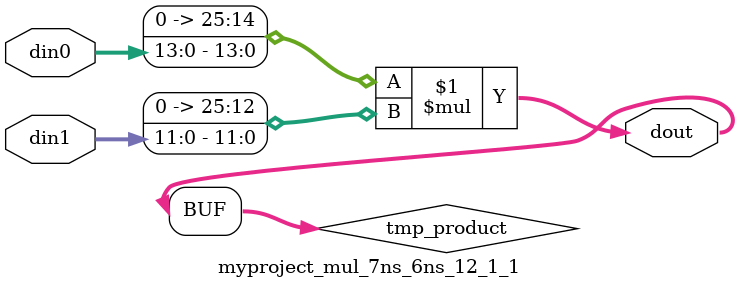
<source format=v>

`timescale 1 ns / 1 ps

 module myproject_mul_7ns_6ns_12_1_1(din0, din1, dout);
parameter ID = 1;
parameter NUM_STAGE = 0;
parameter din0_WIDTH = 14;
parameter din1_WIDTH = 12;
parameter dout_WIDTH = 26;

input [din0_WIDTH - 1 : 0] din0; 
input [din1_WIDTH - 1 : 0] din1; 
output [dout_WIDTH - 1 : 0] dout;

wire signed [dout_WIDTH - 1 : 0] tmp_product;
























assign tmp_product = $signed({1'b0, din0}) * $signed({1'b0, din1});











assign dout = tmp_product;





















endmodule

</source>
